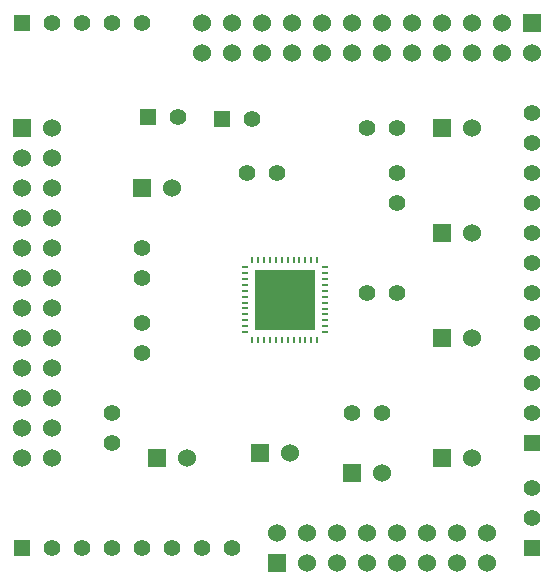
<source format=gts>
G04 (created by PCBNEW (2013-03-31 BZR 4008)-stable) date 6/6/2013 1:10:11 PM*
%MOIN*%
G04 Gerber Fmt 3.4, Leading zero omitted, Abs format*
%FSLAX34Y34*%
G01*
G70*
G90*
G04 APERTURE LIST*
%ADD10C,0.006*%
%ADD11R,0.055X0.055*%
%ADD12C,0.055*%
%ADD13R,0.06X0.06*%
%ADD14C,0.06*%
%ADD15R,0.0098X0.0236*%
%ADD16R,0.0236X0.0098*%
%ADD17R,0.2008X0.2008*%
G04 APERTURE END LIST*
G54D10*
G54D11*
X16000Y-29000D03*
G54D12*
X17000Y-29000D03*
X18000Y-29000D03*
X19000Y-29000D03*
X20000Y-29000D03*
X21000Y-29000D03*
X22000Y-29000D03*
X23000Y-29000D03*
G54D11*
X16000Y-11500D03*
G54D12*
X17000Y-11500D03*
X18000Y-11500D03*
X19000Y-11500D03*
X20000Y-11500D03*
G54D11*
X33000Y-29000D03*
G54D12*
X33000Y-28000D03*
X33000Y-27000D03*
G54D11*
X22665Y-14696D03*
G54D12*
X23665Y-14696D03*
G54D11*
X20185Y-14629D03*
G54D12*
X21185Y-14629D03*
G54D11*
X33000Y-25500D03*
G54D12*
X33000Y-24500D03*
X33000Y-23500D03*
X33000Y-22500D03*
X33000Y-21500D03*
X33000Y-20500D03*
X33000Y-19500D03*
X33000Y-18500D03*
X33000Y-17500D03*
X33000Y-16500D03*
X33000Y-15500D03*
X33000Y-14500D03*
G54D13*
X24500Y-29500D03*
G54D14*
X24500Y-28500D03*
X25500Y-29500D03*
X25500Y-28500D03*
X26500Y-29500D03*
X26500Y-28500D03*
X27500Y-29500D03*
X27500Y-28500D03*
X28500Y-29500D03*
X28500Y-28500D03*
X29500Y-29500D03*
X29500Y-28500D03*
X30500Y-29500D03*
X30500Y-28500D03*
X31500Y-29500D03*
X31500Y-28500D03*
G54D13*
X33000Y-11500D03*
G54D14*
X33000Y-12500D03*
X32000Y-11500D03*
X32000Y-12500D03*
X31000Y-11500D03*
X31000Y-12500D03*
X30000Y-11500D03*
X30000Y-12500D03*
X29000Y-11500D03*
X29000Y-12500D03*
X28000Y-11500D03*
X28000Y-12500D03*
X27000Y-11500D03*
X27000Y-12500D03*
X26000Y-11500D03*
X26000Y-12500D03*
X25000Y-11500D03*
X25000Y-12500D03*
X24000Y-11500D03*
X24000Y-12500D03*
X23000Y-11500D03*
X23000Y-12500D03*
X22000Y-11500D03*
X22000Y-12500D03*
G54D13*
X16000Y-15000D03*
G54D14*
X17000Y-15000D03*
X16000Y-16000D03*
X17000Y-16000D03*
X16000Y-17000D03*
X17000Y-17000D03*
X16000Y-18000D03*
X17000Y-18000D03*
X16000Y-19000D03*
X17000Y-19000D03*
X16000Y-20000D03*
X17000Y-20000D03*
X16000Y-21000D03*
X17000Y-21000D03*
X16000Y-22000D03*
X17000Y-22000D03*
X16000Y-23000D03*
X17000Y-23000D03*
X16000Y-24000D03*
X17000Y-24000D03*
X16000Y-25000D03*
X17000Y-25000D03*
X16000Y-26000D03*
X17000Y-26000D03*
G54D13*
X30000Y-26000D03*
G54D14*
X31000Y-26000D03*
G54D13*
X20000Y-17000D03*
G54D14*
X21000Y-17000D03*
G54D13*
X27000Y-26500D03*
G54D14*
X28000Y-26500D03*
G54D13*
X30000Y-15000D03*
G54D14*
X31000Y-15000D03*
G54D13*
X23929Y-25838D03*
G54D14*
X24929Y-25838D03*
G54D13*
X20500Y-26000D03*
G54D14*
X21500Y-26000D03*
G54D13*
X30000Y-22000D03*
G54D14*
X31000Y-22000D03*
G54D13*
X30000Y-18500D03*
G54D14*
X31000Y-18500D03*
G54D12*
X23500Y-16500D03*
X24500Y-16500D03*
X27500Y-15000D03*
X28500Y-15000D03*
X20000Y-22500D03*
X20000Y-21500D03*
X28500Y-17500D03*
X28500Y-16500D03*
X27500Y-20500D03*
X28500Y-20500D03*
X19000Y-25500D03*
X19000Y-24500D03*
X20000Y-20000D03*
X20000Y-19000D03*
X27000Y-24500D03*
X28000Y-24500D03*
G54D15*
X25833Y-19382D03*
X25636Y-19382D03*
X25439Y-19382D03*
X25242Y-19382D03*
X25046Y-19382D03*
X24849Y-19382D03*
X24652Y-19382D03*
X24455Y-19382D03*
X24258Y-19382D03*
X24061Y-19382D03*
X23864Y-19382D03*
X23668Y-19382D03*
X25244Y-22058D03*
X25440Y-22058D03*
X25637Y-22058D03*
X25834Y-22058D03*
G54D16*
X23412Y-20425D03*
X23412Y-20621D03*
X23412Y-20818D03*
X23412Y-21015D03*
X23412Y-21212D03*
X23412Y-21409D03*
X23412Y-21606D03*
X23412Y-21803D03*
G54D17*
X24751Y-20720D03*
G54D16*
X23412Y-19638D03*
X23412Y-19835D03*
X23412Y-20032D03*
X23412Y-20228D03*
G54D15*
X23669Y-22058D03*
X23866Y-22059D03*
X24062Y-22059D03*
X24259Y-22059D03*
X24456Y-22059D03*
X24653Y-22059D03*
X24850Y-22059D03*
X25047Y-22059D03*
G54D16*
X26089Y-21803D03*
X26089Y-21606D03*
X26089Y-21409D03*
X26089Y-21213D03*
X26089Y-21016D03*
X26089Y-20819D03*
X26089Y-20622D03*
X26089Y-20425D03*
X26089Y-20228D03*
X26089Y-20031D03*
X26089Y-19835D03*
X26089Y-19638D03*
M02*

</source>
